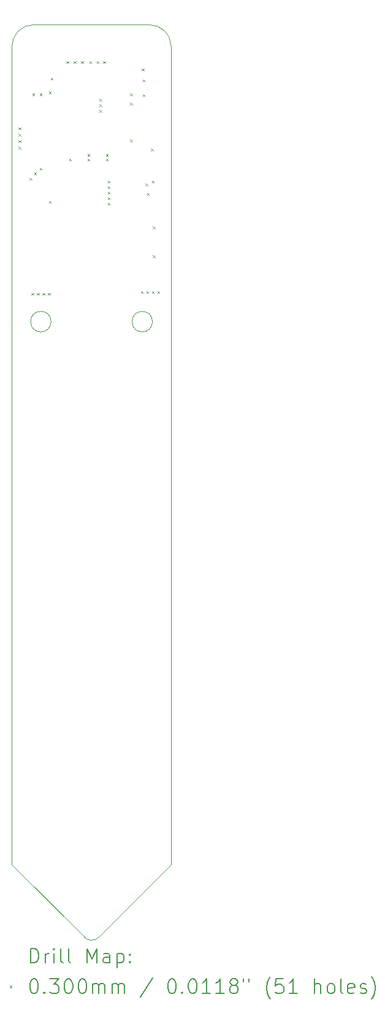
<source format=gbr>
%TF.GenerationSoftware,KiCad,Pcbnew,7.0.9*%
%TF.CreationDate,2023-12-15T13:17:54+01:00*%
%TF.ProjectId,parasite,70617261-7369-4746-952e-6b696361645f,2.0.0*%
%TF.SameCoordinates,Original*%
%TF.FileFunction,Drillmap*%
%TF.FilePolarity,Positive*%
%FSLAX45Y45*%
G04 Gerber Fmt 4.5, Leading zero omitted, Abs format (unit mm)*
G04 Created by KiCad (PCBNEW 7.0.9) date 2023-12-15 13:17:54*
%MOMM*%
%LPD*%
G01*
G04 APERTURE LIST*
%ADD10C,0.050000*%
%ADD11C,0.200000*%
%ADD12C,0.100000*%
G04 APERTURE END LIST*
D10*
X6000000Y-2700000D02*
X7600000Y-2700000D01*
X6700000Y-15300000D02*
G75*
G03*
X6900000Y-15300000I100000J100000D01*
G01*
X6700000Y-15300000D02*
X5700000Y-14300000D01*
X6900000Y-15300000D02*
X7900000Y-14300000D01*
X5700000Y-3000000D02*
X5700000Y-14300000D01*
X7900000Y-14300000D02*
X7900000Y-3000000D01*
X7641421Y-6800000D02*
G75*
G03*
X7641421Y-6800000I-141421J0D01*
G01*
X6000000Y-2700000D02*
G75*
G03*
X5700000Y-3000000I0J-300000D01*
G01*
X6241421Y-6800000D02*
G75*
G03*
X6241421Y-6800000I-141421J0D01*
G01*
X7900000Y-3000000D02*
G75*
G03*
X7600000Y-2700000I-300000J0D01*
G01*
D11*
D12*
X5792800Y-4116200D02*
X5822800Y-4146200D01*
X5822800Y-4116200D02*
X5792800Y-4146200D01*
X5792800Y-4205100D02*
X5822800Y-4235100D01*
X5822800Y-4205100D02*
X5792800Y-4235100D01*
X5792800Y-4294000D02*
X5822800Y-4324000D01*
X5822800Y-4294000D02*
X5792800Y-4324000D01*
X5792800Y-4382900D02*
X5822800Y-4412900D01*
X5822800Y-4382900D02*
X5792800Y-4412900D01*
X5945200Y-4814700D02*
X5975200Y-4844700D01*
X5975200Y-4814700D02*
X5945200Y-4844700D01*
X5970600Y-6402200D02*
X6000600Y-6432200D01*
X6000600Y-6402200D02*
X5970600Y-6432200D01*
X5983300Y-3646300D02*
X6013300Y-3676300D01*
X6013300Y-3646300D02*
X5983300Y-3676300D01*
X6008700Y-4738500D02*
X6038700Y-4768500D01*
X6038700Y-4738500D02*
X6008700Y-4768500D01*
X6046800Y-6402200D02*
X6076800Y-6432200D01*
X6076800Y-6402200D02*
X6046800Y-6432200D01*
X6084900Y-3646300D02*
X6114900Y-3676300D01*
X6114900Y-3646300D02*
X6084900Y-3676300D01*
X6084900Y-4675000D02*
X6114900Y-4705000D01*
X6114900Y-4675000D02*
X6084900Y-4705000D01*
X6123000Y-6402200D02*
X6153000Y-6432200D01*
X6153000Y-6402200D02*
X6123000Y-6432200D01*
X6199200Y-6402200D02*
X6229200Y-6432200D01*
X6229200Y-6402200D02*
X6199200Y-6432200D01*
X6211900Y-3620900D02*
X6241900Y-3650900D01*
X6241900Y-3620900D02*
X6211900Y-3650900D01*
X6211900Y-5132200D02*
X6241900Y-5162200D01*
X6241900Y-5132200D02*
X6211900Y-5162200D01*
X6237300Y-3430400D02*
X6267300Y-3460400D01*
X6267300Y-3430400D02*
X6237300Y-3460400D01*
X6453200Y-3201800D02*
X6483200Y-3231800D01*
X6483200Y-3201800D02*
X6453200Y-3231800D01*
X6491300Y-4548000D02*
X6521300Y-4578000D01*
X6521300Y-4548000D02*
X6491300Y-4578000D01*
X6554800Y-3201800D02*
X6584800Y-3231800D01*
X6584800Y-3201800D02*
X6554800Y-3231800D01*
X6656400Y-3201800D02*
X6686400Y-3231800D01*
X6686400Y-3201800D02*
X6656400Y-3231800D01*
X6745300Y-4484500D02*
X6775300Y-4514500D01*
X6775300Y-4484500D02*
X6745300Y-4514500D01*
X6745300Y-4548000D02*
X6775300Y-4578000D01*
X6775300Y-4548000D02*
X6745300Y-4578000D01*
X6770700Y-3201800D02*
X6800700Y-3231800D01*
X6800700Y-3201800D02*
X6770700Y-3231800D01*
X6872300Y-3201800D02*
X6902300Y-3231800D01*
X6902300Y-3201800D02*
X6872300Y-3231800D01*
X6910400Y-3722500D02*
X6940400Y-3752500D01*
X6940400Y-3722500D02*
X6910400Y-3752500D01*
X6910400Y-3798700D02*
X6940400Y-3828700D01*
X6940400Y-3798700D02*
X6910400Y-3828700D01*
X6910400Y-3874900D02*
X6940400Y-3904900D01*
X6940400Y-3874900D02*
X6910400Y-3904900D01*
X6961200Y-3201800D02*
X6991200Y-3231800D01*
X6991200Y-3201800D02*
X6961200Y-3231800D01*
X6999300Y-4548000D02*
X7029300Y-4578000D01*
X7029300Y-4548000D02*
X6999300Y-4578000D01*
X6999800Y-4484500D02*
X7029800Y-4514500D01*
X7029800Y-4484500D02*
X6999800Y-4514500D01*
X7024700Y-4852800D02*
X7054700Y-4882800D01*
X7054700Y-4852800D02*
X7024700Y-4882800D01*
X7024700Y-4929000D02*
X7054700Y-4959000D01*
X7054700Y-4929000D02*
X7024700Y-4959000D01*
X7024700Y-5005200D02*
X7054700Y-5035200D01*
X7054700Y-5005200D02*
X7024700Y-5035200D01*
X7024700Y-5081400D02*
X7054700Y-5111400D01*
X7054700Y-5081400D02*
X7024700Y-5111400D01*
X7024700Y-5157600D02*
X7054700Y-5187600D01*
X7054700Y-5157600D02*
X7024700Y-5187600D01*
X7331800Y-3647255D02*
X7361800Y-3677255D01*
X7361800Y-3647255D02*
X7331800Y-3677255D01*
X7331800Y-3774255D02*
X7361800Y-3804255D01*
X7361800Y-3774255D02*
X7331800Y-3804255D01*
X7331800Y-4282255D02*
X7361800Y-4312255D01*
X7361800Y-4282255D02*
X7331800Y-4312255D01*
X7481900Y-6376800D02*
X7511900Y-6406800D01*
X7511900Y-6376800D02*
X7481900Y-6406800D01*
X7494600Y-3303400D02*
X7524600Y-3333400D01*
X7524600Y-3303400D02*
X7494600Y-3333400D01*
X7507300Y-3455800D02*
X7537300Y-3485800D01*
X7537300Y-3455800D02*
X7507300Y-3485800D01*
X7507300Y-3659000D02*
X7537300Y-3689000D01*
X7537300Y-3659000D02*
X7507300Y-3689000D01*
X7545400Y-4890900D02*
X7575400Y-4920900D01*
X7575400Y-4890900D02*
X7545400Y-4920900D01*
X7558100Y-6376800D02*
X7588100Y-6406800D01*
X7588100Y-6376800D02*
X7558100Y-6406800D01*
X7565000Y-5025000D02*
X7595000Y-5055000D01*
X7595000Y-5025000D02*
X7565000Y-5055000D01*
X7621600Y-4408300D02*
X7651600Y-4438300D01*
X7651600Y-4408300D02*
X7621600Y-4438300D01*
X7634300Y-4852800D02*
X7664300Y-4882800D01*
X7664300Y-4852800D02*
X7634300Y-4882800D01*
X7634300Y-6376800D02*
X7664300Y-6406800D01*
X7664300Y-6376800D02*
X7634300Y-6406800D01*
X7647000Y-5485000D02*
X7677000Y-5515000D01*
X7677000Y-5485000D02*
X7647000Y-5515000D01*
X7647000Y-5881500D02*
X7677000Y-5911500D01*
X7677000Y-5881500D02*
X7647000Y-5911500D01*
X7710500Y-6376800D02*
X7740500Y-6406800D01*
X7740500Y-6376800D02*
X7710500Y-6406800D01*
D11*
X5958277Y-15655405D02*
X5958277Y-15455405D01*
X5958277Y-15455405D02*
X6005896Y-15455405D01*
X6005896Y-15455405D02*
X6034467Y-15464929D01*
X6034467Y-15464929D02*
X6053515Y-15483976D01*
X6053515Y-15483976D02*
X6063039Y-15503024D01*
X6063039Y-15503024D02*
X6072562Y-15541119D01*
X6072562Y-15541119D02*
X6072562Y-15569691D01*
X6072562Y-15569691D02*
X6063039Y-15607786D01*
X6063039Y-15607786D02*
X6053515Y-15626833D01*
X6053515Y-15626833D02*
X6034467Y-15645881D01*
X6034467Y-15645881D02*
X6005896Y-15655405D01*
X6005896Y-15655405D02*
X5958277Y-15655405D01*
X6158277Y-15655405D02*
X6158277Y-15522072D01*
X6158277Y-15560167D02*
X6167801Y-15541119D01*
X6167801Y-15541119D02*
X6177324Y-15531595D01*
X6177324Y-15531595D02*
X6196372Y-15522072D01*
X6196372Y-15522072D02*
X6215420Y-15522072D01*
X6282086Y-15655405D02*
X6282086Y-15522072D01*
X6282086Y-15455405D02*
X6272562Y-15464929D01*
X6272562Y-15464929D02*
X6282086Y-15474453D01*
X6282086Y-15474453D02*
X6291610Y-15464929D01*
X6291610Y-15464929D02*
X6282086Y-15455405D01*
X6282086Y-15455405D02*
X6282086Y-15474453D01*
X6405896Y-15655405D02*
X6386848Y-15645881D01*
X6386848Y-15645881D02*
X6377324Y-15626833D01*
X6377324Y-15626833D02*
X6377324Y-15455405D01*
X6510658Y-15655405D02*
X6491610Y-15645881D01*
X6491610Y-15645881D02*
X6482086Y-15626833D01*
X6482086Y-15626833D02*
X6482086Y-15455405D01*
X6739229Y-15655405D02*
X6739229Y-15455405D01*
X6739229Y-15455405D02*
X6805896Y-15598262D01*
X6805896Y-15598262D02*
X6872562Y-15455405D01*
X6872562Y-15455405D02*
X6872562Y-15655405D01*
X7053515Y-15655405D02*
X7053515Y-15550643D01*
X7053515Y-15550643D02*
X7043991Y-15531595D01*
X7043991Y-15531595D02*
X7024943Y-15522072D01*
X7024943Y-15522072D02*
X6986848Y-15522072D01*
X6986848Y-15522072D02*
X6967801Y-15531595D01*
X7053515Y-15645881D02*
X7034467Y-15655405D01*
X7034467Y-15655405D02*
X6986848Y-15655405D01*
X6986848Y-15655405D02*
X6967801Y-15645881D01*
X6967801Y-15645881D02*
X6958277Y-15626833D01*
X6958277Y-15626833D02*
X6958277Y-15607786D01*
X6958277Y-15607786D02*
X6967801Y-15588738D01*
X6967801Y-15588738D02*
X6986848Y-15579214D01*
X6986848Y-15579214D02*
X7034467Y-15579214D01*
X7034467Y-15579214D02*
X7053515Y-15569691D01*
X7148753Y-15522072D02*
X7148753Y-15722072D01*
X7148753Y-15531595D02*
X7167801Y-15522072D01*
X7167801Y-15522072D02*
X7205896Y-15522072D01*
X7205896Y-15522072D02*
X7224943Y-15531595D01*
X7224943Y-15531595D02*
X7234467Y-15541119D01*
X7234467Y-15541119D02*
X7243991Y-15560167D01*
X7243991Y-15560167D02*
X7243991Y-15617310D01*
X7243991Y-15617310D02*
X7234467Y-15636357D01*
X7234467Y-15636357D02*
X7224943Y-15645881D01*
X7224943Y-15645881D02*
X7205896Y-15655405D01*
X7205896Y-15655405D02*
X7167801Y-15655405D01*
X7167801Y-15655405D02*
X7148753Y-15645881D01*
X7329705Y-15636357D02*
X7339229Y-15645881D01*
X7339229Y-15645881D02*
X7329705Y-15655405D01*
X7329705Y-15655405D02*
X7320182Y-15645881D01*
X7320182Y-15645881D02*
X7329705Y-15636357D01*
X7329705Y-15636357D02*
X7329705Y-15655405D01*
X7329705Y-15531595D02*
X7339229Y-15541119D01*
X7339229Y-15541119D02*
X7329705Y-15550643D01*
X7329705Y-15550643D02*
X7320182Y-15541119D01*
X7320182Y-15541119D02*
X7329705Y-15531595D01*
X7329705Y-15531595D02*
X7329705Y-15550643D01*
D12*
X5667500Y-15968921D02*
X5697500Y-15998921D01*
X5697500Y-15968921D02*
X5667500Y-15998921D01*
D11*
X5996372Y-15875405D02*
X6015420Y-15875405D01*
X6015420Y-15875405D02*
X6034467Y-15884929D01*
X6034467Y-15884929D02*
X6043991Y-15894453D01*
X6043991Y-15894453D02*
X6053515Y-15913500D01*
X6053515Y-15913500D02*
X6063039Y-15951595D01*
X6063039Y-15951595D02*
X6063039Y-15999214D01*
X6063039Y-15999214D02*
X6053515Y-16037310D01*
X6053515Y-16037310D02*
X6043991Y-16056357D01*
X6043991Y-16056357D02*
X6034467Y-16065881D01*
X6034467Y-16065881D02*
X6015420Y-16075405D01*
X6015420Y-16075405D02*
X5996372Y-16075405D01*
X5996372Y-16075405D02*
X5977324Y-16065881D01*
X5977324Y-16065881D02*
X5967801Y-16056357D01*
X5967801Y-16056357D02*
X5958277Y-16037310D01*
X5958277Y-16037310D02*
X5948753Y-15999214D01*
X5948753Y-15999214D02*
X5948753Y-15951595D01*
X5948753Y-15951595D02*
X5958277Y-15913500D01*
X5958277Y-15913500D02*
X5967801Y-15894453D01*
X5967801Y-15894453D02*
X5977324Y-15884929D01*
X5977324Y-15884929D02*
X5996372Y-15875405D01*
X6148753Y-16056357D02*
X6158277Y-16065881D01*
X6158277Y-16065881D02*
X6148753Y-16075405D01*
X6148753Y-16075405D02*
X6139229Y-16065881D01*
X6139229Y-16065881D02*
X6148753Y-16056357D01*
X6148753Y-16056357D02*
X6148753Y-16075405D01*
X6224943Y-15875405D02*
X6348753Y-15875405D01*
X6348753Y-15875405D02*
X6282086Y-15951595D01*
X6282086Y-15951595D02*
X6310658Y-15951595D01*
X6310658Y-15951595D02*
X6329705Y-15961119D01*
X6329705Y-15961119D02*
X6339229Y-15970643D01*
X6339229Y-15970643D02*
X6348753Y-15989691D01*
X6348753Y-15989691D02*
X6348753Y-16037310D01*
X6348753Y-16037310D02*
X6339229Y-16056357D01*
X6339229Y-16056357D02*
X6329705Y-16065881D01*
X6329705Y-16065881D02*
X6310658Y-16075405D01*
X6310658Y-16075405D02*
X6253515Y-16075405D01*
X6253515Y-16075405D02*
X6234467Y-16065881D01*
X6234467Y-16065881D02*
X6224943Y-16056357D01*
X6472562Y-15875405D02*
X6491610Y-15875405D01*
X6491610Y-15875405D02*
X6510658Y-15884929D01*
X6510658Y-15884929D02*
X6520182Y-15894453D01*
X6520182Y-15894453D02*
X6529705Y-15913500D01*
X6529705Y-15913500D02*
X6539229Y-15951595D01*
X6539229Y-15951595D02*
X6539229Y-15999214D01*
X6539229Y-15999214D02*
X6529705Y-16037310D01*
X6529705Y-16037310D02*
X6520182Y-16056357D01*
X6520182Y-16056357D02*
X6510658Y-16065881D01*
X6510658Y-16065881D02*
X6491610Y-16075405D01*
X6491610Y-16075405D02*
X6472562Y-16075405D01*
X6472562Y-16075405D02*
X6453515Y-16065881D01*
X6453515Y-16065881D02*
X6443991Y-16056357D01*
X6443991Y-16056357D02*
X6434467Y-16037310D01*
X6434467Y-16037310D02*
X6424943Y-15999214D01*
X6424943Y-15999214D02*
X6424943Y-15951595D01*
X6424943Y-15951595D02*
X6434467Y-15913500D01*
X6434467Y-15913500D02*
X6443991Y-15894453D01*
X6443991Y-15894453D02*
X6453515Y-15884929D01*
X6453515Y-15884929D02*
X6472562Y-15875405D01*
X6663039Y-15875405D02*
X6682086Y-15875405D01*
X6682086Y-15875405D02*
X6701134Y-15884929D01*
X6701134Y-15884929D02*
X6710658Y-15894453D01*
X6710658Y-15894453D02*
X6720182Y-15913500D01*
X6720182Y-15913500D02*
X6729705Y-15951595D01*
X6729705Y-15951595D02*
X6729705Y-15999214D01*
X6729705Y-15999214D02*
X6720182Y-16037310D01*
X6720182Y-16037310D02*
X6710658Y-16056357D01*
X6710658Y-16056357D02*
X6701134Y-16065881D01*
X6701134Y-16065881D02*
X6682086Y-16075405D01*
X6682086Y-16075405D02*
X6663039Y-16075405D01*
X6663039Y-16075405D02*
X6643991Y-16065881D01*
X6643991Y-16065881D02*
X6634467Y-16056357D01*
X6634467Y-16056357D02*
X6624943Y-16037310D01*
X6624943Y-16037310D02*
X6615420Y-15999214D01*
X6615420Y-15999214D02*
X6615420Y-15951595D01*
X6615420Y-15951595D02*
X6624943Y-15913500D01*
X6624943Y-15913500D02*
X6634467Y-15894453D01*
X6634467Y-15894453D02*
X6643991Y-15884929D01*
X6643991Y-15884929D02*
X6663039Y-15875405D01*
X6815420Y-16075405D02*
X6815420Y-15942072D01*
X6815420Y-15961119D02*
X6824943Y-15951595D01*
X6824943Y-15951595D02*
X6843991Y-15942072D01*
X6843991Y-15942072D02*
X6872563Y-15942072D01*
X6872563Y-15942072D02*
X6891610Y-15951595D01*
X6891610Y-15951595D02*
X6901134Y-15970643D01*
X6901134Y-15970643D02*
X6901134Y-16075405D01*
X6901134Y-15970643D02*
X6910658Y-15951595D01*
X6910658Y-15951595D02*
X6929705Y-15942072D01*
X6929705Y-15942072D02*
X6958277Y-15942072D01*
X6958277Y-15942072D02*
X6977324Y-15951595D01*
X6977324Y-15951595D02*
X6986848Y-15970643D01*
X6986848Y-15970643D02*
X6986848Y-16075405D01*
X7082086Y-16075405D02*
X7082086Y-15942072D01*
X7082086Y-15961119D02*
X7091610Y-15951595D01*
X7091610Y-15951595D02*
X7110658Y-15942072D01*
X7110658Y-15942072D02*
X7139229Y-15942072D01*
X7139229Y-15942072D02*
X7158277Y-15951595D01*
X7158277Y-15951595D02*
X7167801Y-15970643D01*
X7167801Y-15970643D02*
X7167801Y-16075405D01*
X7167801Y-15970643D02*
X7177324Y-15951595D01*
X7177324Y-15951595D02*
X7196372Y-15942072D01*
X7196372Y-15942072D02*
X7224943Y-15942072D01*
X7224943Y-15942072D02*
X7243991Y-15951595D01*
X7243991Y-15951595D02*
X7253515Y-15970643D01*
X7253515Y-15970643D02*
X7253515Y-16075405D01*
X7643991Y-15865881D02*
X7472563Y-16123024D01*
X7901134Y-15875405D02*
X7920182Y-15875405D01*
X7920182Y-15875405D02*
X7939229Y-15884929D01*
X7939229Y-15884929D02*
X7948753Y-15894453D01*
X7948753Y-15894453D02*
X7958277Y-15913500D01*
X7958277Y-15913500D02*
X7967801Y-15951595D01*
X7967801Y-15951595D02*
X7967801Y-15999214D01*
X7967801Y-15999214D02*
X7958277Y-16037310D01*
X7958277Y-16037310D02*
X7948753Y-16056357D01*
X7948753Y-16056357D02*
X7939229Y-16065881D01*
X7939229Y-16065881D02*
X7920182Y-16075405D01*
X7920182Y-16075405D02*
X7901134Y-16075405D01*
X7901134Y-16075405D02*
X7882086Y-16065881D01*
X7882086Y-16065881D02*
X7872563Y-16056357D01*
X7872563Y-16056357D02*
X7863039Y-16037310D01*
X7863039Y-16037310D02*
X7853515Y-15999214D01*
X7853515Y-15999214D02*
X7853515Y-15951595D01*
X7853515Y-15951595D02*
X7863039Y-15913500D01*
X7863039Y-15913500D02*
X7872563Y-15894453D01*
X7872563Y-15894453D02*
X7882086Y-15884929D01*
X7882086Y-15884929D02*
X7901134Y-15875405D01*
X8053515Y-16056357D02*
X8063039Y-16065881D01*
X8063039Y-16065881D02*
X8053515Y-16075405D01*
X8053515Y-16075405D02*
X8043991Y-16065881D01*
X8043991Y-16065881D02*
X8053515Y-16056357D01*
X8053515Y-16056357D02*
X8053515Y-16075405D01*
X8186848Y-15875405D02*
X8205896Y-15875405D01*
X8205896Y-15875405D02*
X8224944Y-15884929D01*
X8224944Y-15884929D02*
X8234467Y-15894453D01*
X8234467Y-15894453D02*
X8243991Y-15913500D01*
X8243991Y-15913500D02*
X8253515Y-15951595D01*
X8253515Y-15951595D02*
X8253515Y-15999214D01*
X8253515Y-15999214D02*
X8243991Y-16037310D01*
X8243991Y-16037310D02*
X8234467Y-16056357D01*
X8234467Y-16056357D02*
X8224944Y-16065881D01*
X8224944Y-16065881D02*
X8205896Y-16075405D01*
X8205896Y-16075405D02*
X8186848Y-16075405D01*
X8186848Y-16075405D02*
X8167801Y-16065881D01*
X8167801Y-16065881D02*
X8158277Y-16056357D01*
X8158277Y-16056357D02*
X8148753Y-16037310D01*
X8148753Y-16037310D02*
X8139229Y-15999214D01*
X8139229Y-15999214D02*
X8139229Y-15951595D01*
X8139229Y-15951595D02*
X8148753Y-15913500D01*
X8148753Y-15913500D02*
X8158277Y-15894453D01*
X8158277Y-15894453D02*
X8167801Y-15884929D01*
X8167801Y-15884929D02*
X8186848Y-15875405D01*
X8443991Y-16075405D02*
X8329706Y-16075405D01*
X8386848Y-16075405D02*
X8386848Y-15875405D01*
X8386848Y-15875405D02*
X8367801Y-15903976D01*
X8367801Y-15903976D02*
X8348753Y-15923024D01*
X8348753Y-15923024D02*
X8329706Y-15932548D01*
X8634468Y-16075405D02*
X8520182Y-16075405D01*
X8577325Y-16075405D02*
X8577325Y-15875405D01*
X8577325Y-15875405D02*
X8558277Y-15903976D01*
X8558277Y-15903976D02*
X8539229Y-15923024D01*
X8539229Y-15923024D02*
X8520182Y-15932548D01*
X8748753Y-15961119D02*
X8729706Y-15951595D01*
X8729706Y-15951595D02*
X8720182Y-15942072D01*
X8720182Y-15942072D02*
X8710658Y-15923024D01*
X8710658Y-15923024D02*
X8710658Y-15913500D01*
X8710658Y-15913500D02*
X8720182Y-15894453D01*
X8720182Y-15894453D02*
X8729706Y-15884929D01*
X8729706Y-15884929D02*
X8748753Y-15875405D01*
X8748753Y-15875405D02*
X8786849Y-15875405D01*
X8786849Y-15875405D02*
X8805896Y-15884929D01*
X8805896Y-15884929D02*
X8815420Y-15894453D01*
X8815420Y-15894453D02*
X8824944Y-15913500D01*
X8824944Y-15913500D02*
X8824944Y-15923024D01*
X8824944Y-15923024D02*
X8815420Y-15942072D01*
X8815420Y-15942072D02*
X8805896Y-15951595D01*
X8805896Y-15951595D02*
X8786849Y-15961119D01*
X8786849Y-15961119D02*
X8748753Y-15961119D01*
X8748753Y-15961119D02*
X8729706Y-15970643D01*
X8729706Y-15970643D02*
X8720182Y-15980167D01*
X8720182Y-15980167D02*
X8710658Y-15999214D01*
X8710658Y-15999214D02*
X8710658Y-16037310D01*
X8710658Y-16037310D02*
X8720182Y-16056357D01*
X8720182Y-16056357D02*
X8729706Y-16065881D01*
X8729706Y-16065881D02*
X8748753Y-16075405D01*
X8748753Y-16075405D02*
X8786849Y-16075405D01*
X8786849Y-16075405D02*
X8805896Y-16065881D01*
X8805896Y-16065881D02*
X8815420Y-16056357D01*
X8815420Y-16056357D02*
X8824944Y-16037310D01*
X8824944Y-16037310D02*
X8824944Y-15999214D01*
X8824944Y-15999214D02*
X8815420Y-15980167D01*
X8815420Y-15980167D02*
X8805896Y-15970643D01*
X8805896Y-15970643D02*
X8786849Y-15961119D01*
X8901134Y-15875405D02*
X8901134Y-15913500D01*
X8977325Y-15875405D02*
X8977325Y-15913500D01*
X9272563Y-16151595D02*
X9263039Y-16142072D01*
X9263039Y-16142072D02*
X9243991Y-16113500D01*
X9243991Y-16113500D02*
X9234468Y-16094453D01*
X9234468Y-16094453D02*
X9224944Y-16065881D01*
X9224944Y-16065881D02*
X9215420Y-16018262D01*
X9215420Y-16018262D02*
X9215420Y-15980167D01*
X9215420Y-15980167D02*
X9224944Y-15932548D01*
X9224944Y-15932548D02*
X9234468Y-15903976D01*
X9234468Y-15903976D02*
X9243991Y-15884929D01*
X9243991Y-15884929D02*
X9263039Y-15856357D01*
X9263039Y-15856357D02*
X9272563Y-15846833D01*
X9443991Y-15875405D02*
X9348753Y-15875405D01*
X9348753Y-15875405D02*
X9339230Y-15970643D01*
X9339230Y-15970643D02*
X9348753Y-15961119D01*
X9348753Y-15961119D02*
X9367801Y-15951595D01*
X9367801Y-15951595D02*
X9415420Y-15951595D01*
X9415420Y-15951595D02*
X9434468Y-15961119D01*
X9434468Y-15961119D02*
X9443991Y-15970643D01*
X9443991Y-15970643D02*
X9453515Y-15989691D01*
X9453515Y-15989691D02*
X9453515Y-16037310D01*
X9453515Y-16037310D02*
X9443991Y-16056357D01*
X9443991Y-16056357D02*
X9434468Y-16065881D01*
X9434468Y-16065881D02*
X9415420Y-16075405D01*
X9415420Y-16075405D02*
X9367801Y-16075405D01*
X9367801Y-16075405D02*
X9348753Y-16065881D01*
X9348753Y-16065881D02*
X9339230Y-16056357D01*
X9643991Y-16075405D02*
X9529706Y-16075405D01*
X9586849Y-16075405D02*
X9586849Y-15875405D01*
X9586849Y-15875405D02*
X9567801Y-15903976D01*
X9567801Y-15903976D02*
X9548753Y-15923024D01*
X9548753Y-15923024D02*
X9529706Y-15932548D01*
X9882087Y-16075405D02*
X9882087Y-15875405D01*
X9967801Y-16075405D02*
X9967801Y-15970643D01*
X9967801Y-15970643D02*
X9958277Y-15951595D01*
X9958277Y-15951595D02*
X9939230Y-15942072D01*
X9939230Y-15942072D02*
X9910658Y-15942072D01*
X9910658Y-15942072D02*
X9891611Y-15951595D01*
X9891611Y-15951595D02*
X9882087Y-15961119D01*
X10091611Y-16075405D02*
X10072563Y-16065881D01*
X10072563Y-16065881D02*
X10063039Y-16056357D01*
X10063039Y-16056357D02*
X10053515Y-16037310D01*
X10053515Y-16037310D02*
X10053515Y-15980167D01*
X10053515Y-15980167D02*
X10063039Y-15961119D01*
X10063039Y-15961119D02*
X10072563Y-15951595D01*
X10072563Y-15951595D02*
X10091611Y-15942072D01*
X10091611Y-15942072D02*
X10120182Y-15942072D01*
X10120182Y-15942072D02*
X10139230Y-15951595D01*
X10139230Y-15951595D02*
X10148753Y-15961119D01*
X10148753Y-15961119D02*
X10158277Y-15980167D01*
X10158277Y-15980167D02*
X10158277Y-16037310D01*
X10158277Y-16037310D02*
X10148753Y-16056357D01*
X10148753Y-16056357D02*
X10139230Y-16065881D01*
X10139230Y-16065881D02*
X10120182Y-16075405D01*
X10120182Y-16075405D02*
X10091611Y-16075405D01*
X10272563Y-16075405D02*
X10253515Y-16065881D01*
X10253515Y-16065881D02*
X10243992Y-16046833D01*
X10243992Y-16046833D02*
X10243992Y-15875405D01*
X10424944Y-16065881D02*
X10405896Y-16075405D01*
X10405896Y-16075405D02*
X10367801Y-16075405D01*
X10367801Y-16075405D02*
X10348753Y-16065881D01*
X10348753Y-16065881D02*
X10339230Y-16046833D01*
X10339230Y-16046833D02*
X10339230Y-15970643D01*
X10339230Y-15970643D02*
X10348753Y-15951595D01*
X10348753Y-15951595D02*
X10367801Y-15942072D01*
X10367801Y-15942072D02*
X10405896Y-15942072D01*
X10405896Y-15942072D02*
X10424944Y-15951595D01*
X10424944Y-15951595D02*
X10434468Y-15970643D01*
X10434468Y-15970643D02*
X10434468Y-15989691D01*
X10434468Y-15989691D02*
X10339230Y-16008738D01*
X10510658Y-16065881D02*
X10529706Y-16075405D01*
X10529706Y-16075405D02*
X10567801Y-16075405D01*
X10567801Y-16075405D02*
X10586849Y-16065881D01*
X10586849Y-16065881D02*
X10596373Y-16046833D01*
X10596373Y-16046833D02*
X10596373Y-16037310D01*
X10596373Y-16037310D02*
X10586849Y-16018262D01*
X10586849Y-16018262D02*
X10567801Y-16008738D01*
X10567801Y-16008738D02*
X10539230Y-16008738D01*
X10539230Y-16008738D02*
X10520182Y-15999214D01*
X10520182Y-15999214D02*
X10510658Y-15980167D01*
X10510658Y-15980167D02*
X10510658Y-15970643D01*
X10510658Y-15970643D02*
X10520182Y-15951595D01*
X10520182Y-15951595D02*
X10539230Y-15942072D01*
X10539230Y-15942072D02*
X10567801Y-15942072D01*
X10567801Y-15942072D02*
X10586849Y-15951595D01*
X10663039Y-16151595D02*
X10672563Y-16142072D01*
X10672563Y-16142072D02*
X10691611Y-16113500D01*
X10691611Y-16113500D02*
X10701134Y-16094453D01*
X10701134Y-16094453D02*
X10710658Y-16065881D01*
X10710658Y-16065881D02*
X10720182Y-16018262D01*
X10720182Y-16018262D02*
X10720182Y-15980167D01*
X10720182Y-15980167D02*
X10710658Y-15932548D01*
X10710658Y-15932548D02*
X10701134Y-15903976D01*
X10701134Y-15903976D02*
X10691611Y-15884929D01*
X10691611Y-15884929D02*
X10672563Y-15856357D01*
X10672563Y-15856357D02*
X10663039Y-15846833D01*
M02*

</source>
